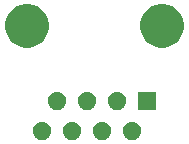
<source format=gbr>
G04 #@! TF.GenerationSoftware,KiCad,Pcbnew,(5.1.4)-1*
G04 #@! TF.CreationDate,2021-01-17T20:12:36-03:30*
G04 #@! TF.ProjectId,Eth_Breakout,4574685f-4272-4656-916b-6f75742e6b69,V1.0*
G04 #@! TF.SameCoordinates,Original*
G04 #@! TF.FileFunction,Soldermask,Bot*
G04 #@! TF.FilePolarity,Negative*
%FSLAX46Y46*%
G04 Gerber Fmt 4.6, Leading zero omitted, Abs format (unit mm)*
G04 Created by KiCad (PCBNEW (5.1.4)-1) date 2021-01-17 20:12:36*
%MOMM*%
%LPD*%
G04 APERTURE LIST*
%ADD10C,0.100000*%
G04 APERTURE END LIST*
D10*
G36*
X60053821Y-133022049D02*
G01*
X60166179Y-133044398D01*
X60307290Y-133102849D01*
X60434289Y-133187707D01*
X60542293Y-133295711D01*
X60542296Y-133295716D01*
X60627151Y-133422710D01*
X60685602Y-133563821D01*
X60715400Y-133713631D01*
X60715400Y-133866369D01*
X60685602Y-134016179D01*
X60627151Y-134157290D01*
X60542293Y-134284289D01*
X60434289Y-134392293D01*
X60307290Y-134477151D01*
X60166179Y-134535602D01*
X60053821Y-134557951D01*
X60016370Y-134565400D01*
X59863630Y-134565400D01*
X59826179Y-134557951D01*
X59713821Y-134535602D01*
X59572710Y-134477151D01*
X59445711Y-134392293D01*
X59337707Y-134284289D01*
X59252849Y-134157290D01*
X59194398Y-134016179D01*
X59164600Y-133866369D01*
X59164600Y-133713631D01*
X59194398Y-133563821D01*
X59252849Y-133422710D01*
X59337704Y-133295716D01*
X59337707Y-133295711D01*
X59445711Y-133187707D01*
X59572710Y-133102849D01*
X59713821Y-133044398D01*
X59826179Y-133022049D01*
X59863630Y-133014600D01*
X60016370Y-133014600D01*
X60053821Y-133022049D01*
X60053821Y-133022049D01*
G37*
G36*
X62593821Y-133022049D02*
G01*
X62706179Y-133044398D01*
X62847290Y-133102849D01*
X62974289Y-133187707D01*
X63082293Y-133295711D01*
X63082296Y-133295716D01*
X63167151Y-133422710D01*
X63225602Y-133563821D01*
X63255400Y-133713631D01*
X63255400Y-133866369D01*
X63225602Y-134016179D01*
X63167151Y-134157290D01*
X63082293Y-134284289D01*
X62974289Y-134392293D01*
X62847290Y-134477151D01*
X62706179Y-134535602D01*
X62593821Y-134557951D01*
X62556370Y-134565400D01*
X62403630Y-134565400D01*
X62366179Y-134557951D01*
X62253821Y-134535602D01*
X62112710Y-134477151D01*
X61985711Y-134392293D01*
X61877707Y-134284289D01*
X61792849Y-134157290D01*
X61734398Y-134016179D01*
X61704600Y-133866369D01*
X61704600Y-133713631D01*
X61734398Y-133563821D01*
X61792849Y-133422710D01*
X61877704Y-133295716D01*
X61877707Y-133295711D01*
X61985711Y-133187707D01*
X62112710Y-133102849D01*
X62253821Y-133044398D01*
X62366179Y-133022049D01*
X62403630Y-133014600D01*
X62556370Y-133014600D01*
X62593821Y-133022049D01*
X62593821Y-133022049D01*
G37*
G36*
X57513821Y-133022049D02*
G01*
X57626179Y-133044398D01*
X57767290Y-133102849D01*
X57894289Y-133187707D01*
X58002293Y-133295711D01*
X58002296Y-133295716D01*
X58087151Y-133422710D01*
X58145602Y-133563821D01*
X58175400Y-133713631D01*
X58175400Y-133866369D01*
X58145602Y-134016179D01*
X58087151Y-134157290D01*
X58002293Y-134284289D01*
X57894289Y-134392293D01*
X57767290Y-134477151D01*
X57626179Y-134535602D01*
X57513821Y-134557951D01*
X57476370Y-134565400D01*
X57323630Y-134565400D01*
X57286179Y-134557951D01*
X57173821Y-134535602D01*
X57032710Y-134477151D01*
X56905711Y-134392293D01*
X56797707Y-134284289D01*
X56712849Y-134157290D01*
X56654398Y-134016179D01*
X56624600Y-133866369D01*
X56624600Y-133713631D01*
X56654398Y-133563821D01*
X56712849Y-133422710D01*
X56797704Y-133295716D01*
X56797707Y-133295711D01*
X56905711Y-133187707D01*
X57032710Y-133102849D01*
X57173821Y-133044398D01*
X57286179Y-133022049D01*
X57323630Y-133014600D01*
X57476370Y-133014600D01*
X57513821Y-133022049D01*
X57513821Y-133022049D01*
G37*
G36*
X54973821Y-133022049D02*
G01*
X55086179Y-133044398D01*
X55227290Y-133102849D01*
X55354289Y-133187707D01*
X55462293Y-133295711D01*
X55462296Y-133295716D01*
X55547151Y-133422710D01*
X55605602Y-133563821D01*
X55635400Y-133713631D01*
X55635400Y-133866369D01*
X55605602Y-134016179D01*
X55547151Y-134157290D01*
X55462293Y-134284289D01*
X55354289Y-134392293D01*
X55227290Y-134477151D01*
X55086179Y-134535602D01*
X54973821Y-134557951D01*
X54936370Y-134565400D01*
X54783630Y-134565400D01*
X54746179Y-134557951D01*
X54633821Y-134535602D01*
X54492710Y-134477151D01*
X54365711Y-134392293D01*
X54257707Y-134284289D01*
X54172849Y-134157290D01*
X54114398Y-134016179D01*
X54084600Y-133866369D01*
X54084600Y-133713631D01*
X54114398Y-133563821D01*
X54172849Y-133422710D01*
X54257704Y-133295716D01*
X54257707Y-133295711D01*
X54365711Y-133187707D01*
X54492710Y-133102849D01*
X54633821Y-133044398D01*
X54746179Y-133022049D01*
X54783630Y-133014600D01*
X54936370Y-133014600D01*
X54973821Y-133022049D01*
X54973821Y-133022049D01*
G37*
G36*
X61323821Y-130482049D02*
G01*
X61436179Y-130504398D01*
X61577290Y-130562849D01*
X61704289Y-130647707D01*
X61812293Y-130755711D01*
X61812296Y-130755716D01*
X61897151Y-130882710D01*
X61955602Y-131023821D01*
X61985400Y-131173631D01*
X61985400Y-131326369D01*
X61955602Y-131476179D01*
X61897151Y-131617290D01*
X61812293Y-131744289D01*
X61704289Y-131852293D01*
X61577290Y-131937151D01*
X61436179Y-131995602D01*
X61323822Y-132017950D01*
X61286370Y-132025400D01*
X61133630Y-132025400D01*
X61096178Y-132017950D01*
X60983821Y-131995602D01*
X60842710Y-131937151D01*
X60715711Y-131852293D01*
X60607707Y-131744289D01*
X60522849Y-131617290D01*
X60464398Y-131476179D01*
X60434600Y-131326369D01*
X60434600Y-131173631D01*
X60464398Y-131023821D01*
X60522849Y-130882710D01*
X60607704Y-130755716D01*
X60607707Y-130755711D01*
X60715711Y-130647707D01*
X60842710Y-130562849D01*
X60983821Y-130504398D01*
X61096179Y-130482049D01*
X61133630Y-130474600D01*
X61286370Y-130474600D01*
X61323821Y-130482049D01*
X61323821Y-130482049D01*
G37*
G36*
X58783821Y-130482049D02*
G01*
X58896179Y-130504398D01*
X59037290Y-130562849D01*
X59164289Y-130647707D01*
X59272293Y-130755711D01*
X59272296Y-130755716D01*
X59357151Y-130882710D01*
X59415602Y-131023821D01*
X59445400Y-131173631D01*
X59445400Y-131326369D01*
X59415602Y-131476179D01*
X59357151Y-131617290D01*
X59272293Y-131744289D01*
X59164289Y-131852293D01*
X59037290Y-131937151D01*
X58896179Y-131995602D01*
X58783822Y-132017950D01*
X58746370Y-132025400D01*
X58593630Y-132025400D01*
X58556178Y-132017950D01*
X58443821Y-131995602D01*
X58302710Y-131937151D01*
X58175711Y-131852293D01*
X58067707Y-131744289D01*
X57982849Y-131617290D01*
X57924398Y-131476179D01*
X57894600Y-131326369D01*
X57894600Y-131173631D01*
X57924398Y-131023821D01*
X57982849Y-130882710D01*
X58067704Y-130755716D01*
X58067707Y-130755711D01*
X58175711Y-130647707D01*
X58302710Y-130562849D01*
X58443821Y-130504398D01*
X58556179Y-130482049D01*
X58593630Y-130474600D01*
X58746370Y-130474600D01*
X58783821Y-130482049D01*
X58783821Y-130482049D01*
G37*
G36*
X56243821Y-130482049D02*
G01*
X56356179Y-130504398D01*
X56497290Y-130562849D01*
X56624289Y-130647707D01*
X56732293Y-130755711D01*
X56732296Y-130755716D01*
X56817151Y-130882710D01*
X56875602Y-131023821D01*
X56905400Y-131173631D01*
X56905400Y-131326369D01*
X56875602Y-131476179D01*
X56817151Y-131617290D01*
X56732293Y-131744289D01*
X56624289Y-131852293D01*
X56497290Y-131937151D01*
X56356179Y-131995602D01*
X56243822Y-132017950D01*
X56206370Y-132025400D01*
X56053630Y-132025400D01*
X56016178Y-132017950D01*
X55903821Y-131995602D01*
X55762710Y-131937151D01*
X55635711Y-131852293D01*
X55527707Y-131744289D01*
X55442849Y-131617290D01*
X55384398Y-131476179D01*
X55354600Y-131326369D01*
X55354600Y-131173631D01*
X55384398Y-131023821D01*
X55442849Y-130882710D01*
X55527704Y-130755716D01*
X55527707Y-130755711D01*
X55635711Y-130647707D01*
X55762710Y-130562849D01*
X55903821Y-130504398D01*
X56016179Y-130482049D01*
X56053630Y-130474600D01*
X56206370Y-130474600D01*
X56243821Y-130482049D01*
X56243821Y-130482049D01*
G37*
G36*
X64525400Y-132025400D02*
G01*
X62974600Y-132025400D01*
X62974600Y-130474600D01*
X64525400Y-130474600D01*
X64525400Y-132025400D01*
X64525400Y-132025400D01*
G37*
G36*
X65559745Y-123120710D02*
G01*
X65896490Y-123260194D01*
X66199560Y-123462699D01*
X66457301Y-123720440D01*
X66659806Y-124023510D01*
X66799290Y-124360255D01*
X66870400Y-124717752D01*
X66870400Y-125082248D01*
X66799290Y-125439745D01*
X66659806Y-125776490D01*
X66457301Y-126079560D01*
X66199560Y-126337301D01*
X65896490Y-126539806D01*
X65559745Y-126679290D01*
X65202248Y-126750400D01*
X64837752Y-126750400D01*
X64480255Y-126679290D01*
X64143510Y-126539806D01*
X63840440Y-126337301D01*
X63582699Y-126079560D01*
X63380194Y-125776490D01*
X63240710Y-125439745D01*
X63169600Y-125082248D01*
X63169600Y-124717752D01*
X63240710Y-124360255D01*
X63380194Y-124023510D01*
X63582699Y-123720440D01*
X63840440Y-123462699D01*
X64143510Y-123260194D01*
X64480255Y-123120710D01*
X64837752Y-123049600D01*
X65202248Y-123049600D01*
X65559745Y-123120710D01*
X65559745Y-123120710D01*
G37*
G36*
X54129745Y-123120710D02*
G01*
X54466490Y-123260194D01*
X54769560Y-123462699D01*
X55027301Y-123720440D01*
X55229806Y-124023510D01*
X55369290Y-124360255D01*
X55440400Y-124717752D01*
X55440400Y-125082248D01*
X55369290Y-125439745D01*
X55229806Y-125776490D01*
X55027301Y-126079560D01*
X54769560Y-126337301D01*
X54466490Y-126539806D01*
X54129745Y-126679290D01*
X53772248Y-126750400D01*
X53407752Y-126750400D01*
X53050255Y-126679290D01*
X52713510Y-126539806D01*
X52410440Y-126337301D01*
X52152699Y-126079560D01*
X51950194Y-125776490D01*
X51810710Y-125439745D01*
X51739600Y-125082248D01*
X51739600Y-124717752D01*
X51810710Y-124360255D01*
X51950194Y-124023510D01*
X52152699Y-123720440D01*
X52410440Y-123462699D01*
X52713510Y-123260194D01*
X53050255Y-123120710D01*
X53407752Y-123049600D01*
X53772248Y-123049600D01*
X54129745Y-123120710D01*
X54129745Y-123120710D01*
G37*
M02*

</source>
